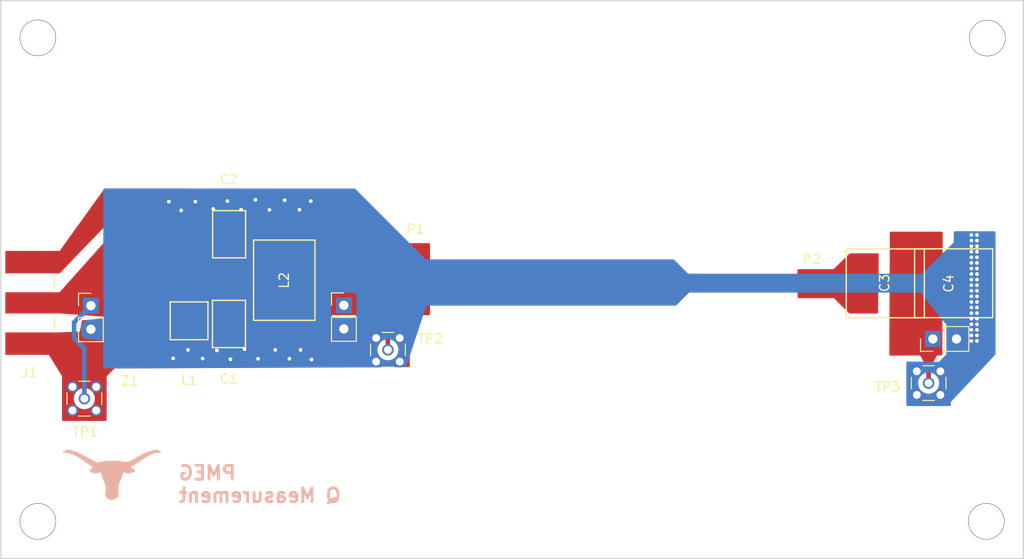
<source format=kicad_pcb>
(kicad_pcb (version 20171130) (host pcbnew "(5.1.7-0-10_14)")

  (general
    (thickness 1.6)
    (drawings 5)
    (tracks 132)
    (zones 0)
    (modules 17)
    (nets 6)
  )

  (page A4)
  (layers
    (0 F.Cu signal hide)
    (31 B.Cu signal hide)
    (32 B.Adhes user hide)
    (33 F.Adhes user hide)
    (34 B.Paste user hide)
    (35 F.Paste user hide)
    (36 B.SilkS user hide)
    (37 F.SilkS user)
    (38 B.Mask user hide)
    (39 F.Mask user hide)
    (40 Dwgs.User user hide)
    (41 Cmts.User user hide)
    (42 Eco1.User user hide)
    (43 Eco2.User user hide)
    (44 Edge.Cuts user)
    (45 Margin user hide)
    (46 B.CrtYd user hide)
    (47 F.CrtYd user hide)
    (48 B.Fab user hide)
    (49 F.Fab user hide)
  )

  (setup
    (last_trace_width 0.5)
    (user_trace_width 0.5)
    (user_trace_width 0.75)
    (trace_clearance 0.2)
    (zone_clearance 0.508)
    (zone_45_only no)
    (trace_min 0.2)
    (via_size 0.6)
    (via_drill 0.4)
    (via_min_size 0.4)
    (via_min_drill 0.3)
    (user_via 3.9 3.8)
    (uvia_size 0.3)
    (uvia_drill 0.1)
    (uvias_allowed no)
    (uvia_min_size 0.2)
    (uvia_min_drill 0.1)
    (edge_width 0.15)
    (segment_width 0.2)
    (pcb_text_width 0.3)
    (pcb_text_size 1.5 1.5)
    (mod_edge_width 0.15)
    (mod_text_size 1 1)
    (mod_text_width 0.15)
    (pad_size 1.7 1.7)
    (pad_drill 1)
    (pad_to_mask_clearance 0.2)
    (aux_axis_origin 0 0)
    (visible_elements 7FFFFFFF)
    (pcbplotparams
      (layerselection 0x010f0_80000001)
      (usegerberextensions true)
      (usegerberattributes true)
      (usegerberadvancedattributes true)
      (creategerberjobfile true)
      (excludeedgelayer true)
      (linewidth 0.100000)
      (plotframeref false)
      (viasonmask true)
      (mode 1)
      (useauxorigin false)
      (hpglpennumber 1)
      (hpglpenspeed 20)
      (hpglpendiameter 15.000000)
      (psnegative false)
      (psa4output false)
      (plotreference true)
      (plotvalue false)
      (plotinvisibletext false)
      (padsonsilk false)
      (subtractmaskfromsilk false)
      (outputformat 1)
      (mirror false)
      (drillshape 0)
      (scaleselection 1)
      (outputdirectory "C:/Users/Rachel/Dropbox (MIT)/network_share/research/kicad/Q-measurement_voltage-divider_v5/gerber_files/"))
  )

  (net 0 "")
  (net 1 "Net-(C1-Pad1)")
  (net 2 GND)
  (net 3 "Net-(C3-Pad1)")
  (net 4 "Net-(L2-Pad1)")
  (net 5 /vout)

  (net_class Default "This is the default net class."
    (clearance 0.2)
    (trace_width 0.25)
    (via_dia 0.6)
    (via_drill 0.4)
    (uvia_dia 0.3)
    (uvia_drill 0.1)
    (add_net /vout)
    (add_net GND)
    (add_net "Net-(C1-Pad1)")
    (add_net "Net-(C3-Pad1)")
    (add_net "Net-(L2-Pad1)")
  )

  (module Connector_PinHeader_2.54mm:PinHeader_1x02_P2.54mm_Vertical (layer F.Cu) (tedit 60183A0E) (tstamp 60189CF0)
    (at 117.7 106.8)
    (descr "Through hole straight pin header, 1x02, 2.54mm pitch, single row")
    (tags "Through hole pin header THT 1x02 2.54mm single row")
    (fp_text reference TP1 (at 0 -2.33) (layer F.SilkS) hide
      (effects (font (size 1 1) (thickness 0.15)))
    )
    (fp_text value PinHeader_1x02_P2.54mm_Vertical (at 0 4.87) (layer F.Fab)
      (effects (font (size 1 1) (thickness 0.15)))
    )
    (fp_text user %R (at 0 1.27 90) (layer F.Fab)
      (effects (font (size 1 1) (thickness 0.15)))
    )
    (fp_line (start -0.635 -1.27) (end 1.27 -1.27) (layer F.Fab) (width 0.1))
    (fp_line (start 1.27 -1.27) (end 1.27 3.81) (layer F.Fab) (width 0.1))
    (fp_line (start 1.27 3.81) (end -1.27 3.81) (layer F.Fab) (width 0.1))
    (fp_line (start -1.27 3.81) (end -1.27 -0.635) (layer F.Fab) (width 0.1))
    (fp_line (start -1.27 -0.635) (end -0.635 -1.27) (layer F.Fab) (width 0.1))
    (fp_line (start -1.33 3.87) (end 1.33 3.87) (layer F.SilkS) (width 0.12))
    (fp_line (start -1.33 1.27) (end -1.33 3.87) (layer F.SilkS) (width 0.12))
    (fp_line (start 1.33 1.27) (end 1.33 3.87) (layer F.SilkS) (width 0.12))
    (fp_line (start -1.33 1.27) (end 1.33 1.27) (layer F.SilkS) (width 0.12))
    (fp_line (start -1.33 0) (end -1.33 -1.33) (layer F.SilkS) (width 0.12))
    (fp_line (start -1.33 -1.33) (end 0 -1.33) (layer F.SilkS) (width 0.12))
    (fp_line (start -1.8 -1.8) (end -1.8 4.35) (layer F.CrtYd) (width 0.05))
    (fp_line (start -1.8 4.35) (end 1.8 4.35) (layer F.CrtYd) (width 0.05))
    (fp_line (start 1.8 4.35) (end 1.8 -1.8) (layer F.CrtYd) (width 0.05))
    (fp_line (start 1.8 -1.8) (end -1.8 -1.8) (layer F.CrtYd) (width 0.05))
    (pad 2 thru_hole oval (at 0 2.54) (size 1.7 1.7) (drill 1) (layers *.Cu *.Mask)
      (net 2 GND))
    (pad 1 thru_hole rect (at 0 0) (size 1.7 1.7) (drill 1) (layers *.Cu *.Mask)
      (net 1 "Net-(C1-Pad1)"))
    (model ${KISYS3DMOD}/Connector_PinHeader_2.54mm.3dshapes/PinHeader_1x02_P2.54mm_Vertical.wrl
      (at (xyz 0 0 0))
      (scale (xyz 1 1 1))
      (rotate (xyz 0 0 0))
    )
  )

  (module Connector_PinHeader_2.54mm:PinHeader_1x02_P2.54mm_Vertical (layer F.Cu) (tedit 601838EC) (tstamp 60189A97)
    (at 208.26 110.38 90)
    (descr "Through hole straight pin header, 1x02, 2.54mm pitch, single row")
    (tags "Through hole pin header THT 1x02 2.54mm single row")
    (fp_text reference TP3 (at 0 -2.33 90) (layer F.SilkS) hide
      (effects (font (size 1 1) (thickness 0.15)))
    )
    (fp_text value PinHeader_1x02_P2.54mm_Vertical (at 0 4.87 90) (layer F.Fab)
      (effects (font (size 1 1) (thickness 0.15)))
    )
    (fp_text user %R (at 0 1.27) (layer F.Fab)
      (effects (font (size 1 1) (thickness 0.15)))
    )
    (fp_line (start -0.635 -1.27) (end 1.27 -1.27) (layer F.Fab) (width 0.1))
    (fp_line (start 1.27 -1.27) (end 1.27 3.81) (layer F.Fab) (width 0.1))
    (fp_line (start 1.27 3.81) (end -1.27 3.81) (layer F.Fab) (width 0.1))
    (fp_line (start -1.27 3.81) (end -1.27 -0.635) (layer F.Fab) (width 0.1))
    (fp_line (start -1.27 -0.635) (end -0.635 -1.27) (layer F.Fab) (width 0.1))
    (fp_line (start -1.33 3.87) (end 1.33 3.87) (layer F.SilkS) (width 0.12))
    (fp_line (start -1.33 1.27) (end -1.33 3.87) (layer F.SilkS) (width 0.12))
    (fp_line (start 1.33 1.27) (end 1.33 3.87) (layer F.SilkS) (width 0.12))
    (fp_line (start -1.33 1.27) (end 1.33 1.27) (layer F.SilkS) (width 0.12))
    (fp_line (start -1.33 0) (end -1.33 -1.33) (layer F.SilkS) (width 0.12))
    (fp_line (start -1.33 -1.33) (end 0 -1.33) (layer F.SilkS) (width 0.12))
    (fp_line (start -1.8 -1.8) (end -1.8 4.35) (layer F.CrtYd) (width 0.05))
    (fp_line (start -1.8 4.35) (end 1.8 4.35) (layer F.CrtYd) (width 0.05))
    (fp_line (start 1.8 4.35) (end 1.8 -1.8) (layer F.CrtYd) (width 0.05))
    (fp_line (start 1.8 -1.8) (end -1.8 -1.8) (layer F.CrtYd) (width 0.05))
    (pad 2 thru_hole oval (at 0 2.54 90) (size 1.7 1.7) (drill 1) (layers *.Cu *.Mask)
      (net 2 GND))
    (pad 1 thru_hole rect (at 0 0 90) (size 1.7 1.7) (drill 1) (layers *.Cu *.Mask)
      (net 5 /vout))
    (model ${KISYS3DMOD}/Connector_PinHeader_2.54mm.3dshapes/PinHeader_1x02_P2.54mm_Vertical.wrl
      (at (xyz 0 0 0))
      (scale (xyz 1 1 1))
      (rotate (xyz 0 0 0))
    )
  )

  (module Connector_PinHeader_2.54mm:PinHeader_1x02_P2.54mm_Vertical (layer F.Cu) (tedit 6018383F) (tstamp 601897D7)
    (at 144.91 106.76)
    (descr "Through hole straight pin header, 1x02, 2.54mm pitch, single row")
    (tags "Through hole pin header THT 1x02 2.54mm single row")
    (fp_text reference TP2 (at 0 -2.33) (layer F.SilkS) hide
      (effects (font (size 1 1) (thickness 0.15)))
    )
    (fp_text value PinHeader_1x02_P2.54mm_Vertical (at 0 4.87) (layer F.Fab)
      (effects (font (size 1 1) (thickness 0.15)))
    )
    (fp_text user %R (at 0 1.27 90) (layer F.Fab)
      (effects (font (size 1 1) (thickness 0.15)))
    )
    (fp_line (start -0.635 -1.27) (end 1.27 -1.27) (layer F.Fab) (width 0.1))
    (fp_line (start 1.27 -1.27) (end 1.27 3.81) (layer F.Fab) (width 0.1))
    (fp_line (start 1.27 3.81) (end -1.27 3.81) (layer F.Fab) (width 0.1))
    (fp_line (start -1.27 3.81) (end -1.27 -0.635) (layer F.Fab) (width 0.1))
    (fp_line (start -1.27 -0.635) (end -0.635 -1.27) (layer F.Fab) (width 0.1))
    (fp_line (start -1.33 3.87) (end 1.33 3.87) (layer F.SilkS) (width 0.12))
    (fp_line (start -1.33 1.27) (end -1.33 3.87) (layer F.SilkS) (width 0.12))
    (fp_line (start 1.33 1.27) (end 1.33 3.87) (layer F.SilkS) (width 0.12))
    (fp_line (start -1.33 1.27) (end 1.33 1.27) (layer F.SilkS) (width 0.12))
    (fp_line (start -1.33 0) (end -1.33 -1.33) (layer F.SilkS) (width 0.12))
    (fp_line (start -1.33 -1.33) (end 0 -1.33) (layer F.SilkS) (width 0.12))
    (fp_line (start -1.8 -1.8) (end -1.8 4.35) (layer F.CrtYd) (width 0.05))
    (fp_line (start -1.8 4.35) (end 1.8 4.35) (layer F.CrtYd) (width 0.05))
    (fp_line (start 1.8 4.35) (end 1.8 -1.8) (layer F.CrtYd) (width 0.05))
    (fp_line (start 1.8 -1.8) (end -1.8 -1.8) (layer F.CrtYd) (width 0.05))
    (pad 2 thru_hole oval (at 0 2.54) (size 1.7 1.7) (drill 1) (layers *.Cu *.Mask)
      (net 2 GND))
    (pad 1 thru_hole rect (at 0 0) (size 1.7 1.7) (drill 1) (layers *.Cu *.Mask)
      (net 4 "Net-(L2-Pad1)"))
    (model ${KISYS3DMOD}/Connector_PinHeader_2.54mm.3dshapes/PinHeader_1x02_P2.54mm_Vertical.wrl
      (at (xyz 0 0 0))
      (scale (xyz 1 1 1))
      (rotate (xyz 0 0 0))
    )
  )

  (module Connector_Coaxial:MMCX_Molex_73415-1471_Vertical (layer F.Cu) (tedit 5FE0D91C) (tstamp 5FE0DDBE)
    (at 117 116.8)
    (descr http://www.molex.com/pdm_docs/sd/734151471_sd.pdf)
    (tags "Molex MMCX Coaxial Connector 50 ohms Female Jack Vertical THT")
    (fp_text reference TP1 (at 0.1 3.6) (layer F.SilkS)
      (effects (font (size 1 1) (thickness 0.15)))
    )
    (fp_text value MMCX_Molex_73415-1471_Vertical (at 0 3.2) (layer F.Fab) hide
      (effects (font (size 1 1) (thickness 0.15)))
    )
    (fp_line (start 0.62 1.87) (end -0.62 1.87) (layer F.SilkS) (width 0.12))
    (fp_line (start 0.62 -1.87) (end -0.62 -1.87) (layer F.SilkS) (width 0.12))
    (fp_line (start -1.87 0.62) (end -1.87 -0.62) (layer F.SilkS) (width 0.12))
    (fp_line (start -2.39 2.39) (end -2.39 -2.39) (layer F.CrtYd) (width 0.05))
    (fp_line (start 1.87 0.62) (end 1.87 -0.62) (layer F.SilkS) (width 0.12))
    (fp_line (start -1.755 1.755) (end 1.755 1.755) (layer F.Fab) (width 0.1))
    (fp_line (start -1.755 -1.755) (end 1.755 -1.755) (layer F.Fab) (width 0.1))
    (fp_line (start 1.755 -1.755) (end 1.755 1.755) (layer F.Fab) (width 0.1))
    (fp_line (start -1.755 -1.755) (end -1.755 1.755) (layer F.Fab) (width 0.1))
    (fp_line (start 2.39 2.39) (end 2.39 -2.39) (layer F.CrtYd) (width 0.05))
    (fp_line (start -2.39 -2.39) (end 2.39 -2.39) (layer F.CrtYd) (width 0.05))
    (fp_line (start -2.39 2.39) (end 2.39 2.39) (layer F.CrtYd) (width 0.05))
    (fp_text user %R (at 0 0) (layer F.Fab) hide
      (effects (font (size 0.8 0.8) (thickness 0.12)))
    )
    (pad 2 thru_hole circle (at -1.27 1.27) (size 1.24 1.24) (drill 0.84) (layers *.Cu *.Mask)
      (net 2 GND))
    (pad 2 thru_hole circle (at 1.27 -1.27) (size 1.24 1.24) (drill 0.84) (layers *.Cu *.Mask)
      (net 2 GND))
    (pad 2 thru_hole circle (at 1.27 1.27) (size 1.24 1.24) (drill 0.84) (layers *.Cu *.Mask)
      (net 2 GND))
    (pad 2 thru_hole circle (at -1.27 -1.27) (size 1.24 1.24) (drill 0.84) (layers *.Cu *.Mask)
      (net 2 GND))
    (pad 1 thru_hole circle (at 0 0) (size 1.24 1.24) (drill 0.84) (layers *.Cu *.Mask)
      (net 1 "Net-(C1-Pad1)"))
    (model ${KISYS3DMOD}/Connector_Coaxial.3dshapes/MMCX_Molex_73415-1471_Vertical.wrl
      (at (xyz 0 0 0))
      (scale (xyz 1 1 1))
      (rotate (xyz 0 0 0))
    )
  )

  (module Connector_Coaxial:MMCX_Molex_73415-1471_Vertical (layer F.Cu) (tedit 5FE0D789) (tstamp 5FE0DB4C)
    (at 207.8 115.13)
    (descr http://www.molex.com/pdm_docs/sd/734151471_sd.pdf)
    (tags "Molex MMCX Coaxial Connector 50 ohms Female Jack Vertical THT")
    (fp_text reference TP3 (at -4.4 0.4) (layer F.SilkS)
      (effects (font (size 1 1) (thickness 0.15)))
    )
    (fp_text value MMCX_Molex_73415-1471_Vertical (at 0 3.2) (layer F.Fab) hide
      (effects (font (size 1 1) (thickness 0.15)))
    )
    (fp_line (start 0.62 1.87) (end -0.62 1.87) (layer F.SilkS) (width 0.12))
    (fp_line (start 0.62 -1.87) (end -0.62 -1.87) (layer F.SilkS) (width 0.12))
    (fp_line (start -1.87 0.62) (end -1.87 -0.62) (layer F.SilkS) (width 0.12))
    (fp_line (start -2.39 2.39) (end -2.39 -2.39) (layer F.CrtYd) (width 0.05))
    (fp_line (start 1.87 0.62) (end 1.87 -0.62) (layer F.SilkS) (width 0.12))
    (fp_line (start -1.755 1.755) (end 1.755 1.755) (layer F.Fab) (width 0.1))
    (fp_line (start -1.755 -1.755) (end 1.755 -1.755) (layer F.Fab) (width 0.1))
    (fp_line (start 1.755 -1.755) (end 1.755 1.755) (layer F.Fab) (width 0.1))
    (fp_line (start -1.755 -1.755) (end -1.755 1.755) (layer F.Fab) (width 0.1))
    (fp_line (start 2.39 2.39) (end 2.39 -2.39) (layer F.CrtYd) (width 0.05))
    (fp_line (start -2.39 -2.39) (end 2.39 -2.39) (layer F.CrtYd) (width 0.05))
    (fp_line (start -2.39 2.39) (end 2.39 2.39) (layer F.CrtYd) (width 0.05))
    (fp_text user %R (at 0 0) (layer F.Fab) hide
      (effects (font (size 0.8 0.8) (thickness 0.12)))
    )
    (pad 2 thru_hole circle (at -1.27 1.27) (size 1.24 1.24) (drill 0.84) (layers *.Cu *.Mask)
      (net 2 GND))
    (pad 2 thru_hole circle (at 1.27 -1.27) (size 1.24 1.24) (drill 0.84) (layers *.Cu *.Mask)
      (net 2 GND))
    (pad 2 thru_hole circle (at 1.27 1.27) (size 1.24 1.24) (drill 0.84) (layers *.Cu *.Mask)
      (net 2 GND))
    (pad 2 thru_hole circle (at -1.27 -1.27) (size 1.24 1.24) (drill 0.84) (layers *.Cu *.Mask)
      (net 2 GND))
    (pad 1 thru_hole circle (at 0 0) (size 1.24 1.24) (drill 0.84) (layers *.Cu *.Mask)
      (net 5 /vout))
    (model ${KISYS3DMOD}/Connector_Coaxial.3dshapes/MMCX_Molex_73415-1471_Vertical.wrl
      (at (xyz 0 0 0))
      (scale (xyz 1 1 1))
      (rotate (xyz 0 0 0))
    )
  )

  (module Connector_Coaxial:MMCX_Molex_73415-1471_Vertical (layer F.Cu) (tedit 5FE0D518) (tstamp 5FE0D6FE)
    (at 149.65 111.55)
    (descr http://www.molex.com/pdm_docs/sd/734151471_sd.pdf)
    (tags "Molex MMCX Coaxial Connector 50 ohms Female Jack Vertical THT")
    (fp_text reference TP2 (at 4.57 -1.18) (layer F.SilkS)
      (effects (font (size 1 1) (thickness 0.15)))
    )
    (fp_text value MMCX_Molex_73415-1471_Vertical (at 0 3.2) (layer F.Fab) hide
      (effects (font (size 1 1) (thickness 0.15)))
    )
    (fp_line (start 0.62 1.87) (end -0.62 1.87) (layer F.SilkS) (width 0.12))
    (fp_line (start 0.62 -1.87) (end -0.62 -1.87) (layer F.SilkS) (width 0.12))
    (fp_line (start -1.87 0.62) (end -1.87 -0.62) (layer F.SilkS) (width 0.12))
    (fp_line (start -2.39 2.39) (end -2.39 -2.39) (layer F.CrtYd) (width 0.05))
    (fp_line (start 1.87 0.62) (end 1.87 -0.62) (layer F.SilkS) (width 0.12))
    (fp_line (start -1.755 1.755) (end 1.755 1.755) (layer F.Fab) (width 0.1))
    (fp_line (start -1.755 -1.755) (end 1.755 -1.755) (layer F.Fab) (width 0.1))
    (fp_line (start 1.755 -1.755) (end 1.755 1.755) (layer F.Fab) (width 0.1))
    (fp_line (start -1.755 -1.755) (end -1.755 1.755) (layer F.Fab) (width 0.1))
    (fp_line (start 2.39 2.39) (end 2.39 -2.39) (layer F.CrtYd) (width 0.05))
    (fp_line (start -2.39 -2.39) (end 2.39 -2.39) (layer F.CrtYd) (width 0.05))
    (fp_line (start -2.39 2.39) (end 2.39 2.39) (layer F.CrtYd) (width 0.05))
    (fp_text user %R (at 0 0) (layer F.Fab)
      (effects (font (size 0.8 0.8) (thickness 0.12)))
    )
    (pad 2 thru_hole circle (at -1.27 1.27) (size 1.24 1.24) (drill 0.84) (layers *.Cu *.Mask)
      (net 2 GND))
    (pad 2 thru_hole circle (at 1.27 -1.27) (size 1.24 1.24) (drill 0.84) (layers *.Cu *.Mask)
      (net 2 GND))
    (pad 2 thru_hole circle (at 1.27 1.27) (size 1.24 1.24) (drill 0.84) (layers *.Cu *.Mask)
      (net 2 GND))
    (pad 2 thru_hole circle (at -1.27 -1.27) (size 1.24 1.24) (drill 0.84) (layers *.Cu *.Mask)
      (net 2 GND))
    (pad 1 thru_hole circle (at 0 0) (size 1.24 1.24) (drill 0.84) (layers *.Cu *.Mask)
      (net 4 "Net-(L2-Pad1)"))
    (model ${KISYS3DMOD}/Connector_Coaxial.3dshapes/MMCX_Molex_73415-1471_Vertical.wrl
      (at (xyz 0 0 0))
      (scale (xyz 1 1 1))
      (rotate (xyz 0 0 0))
    )
  )

  (module "Texas Logos:texasLonghorn_small2" (layer B.Cu) (tedit 5EFB796E) (tstamp 5FDB0C6E)
    (at 120 125 180)
    (attr smd)
    (fp_text reference G*** (at 0.55 -4.29) (layer Cmts.User) hide
      (effects (font (size 1.524 1.524) (thickness 0.3)))
    )
    (fp_text value LOGO (at 1.12 -6.33) (layer Cmts.User) hide
      (effects (font (size 1.524 1.524) (thickness 0.3)))
    )
    (fp_poly (pts (xy -4.36969 2.655063) (xy -3.865682 2.505659) (xy -3.283711 2.25118) (xy -2.682726 1.922413)
      (xy -2.216979 1.658) (xy -1.854452 1.486536) (xy -1.563476 1.398607) (xy -1.312379 1.3848)
      (xy -1.069492 1.435701) (xy -1.05796 1.439457) (xy -0.762171 1.498614) (xy -0.353803 1.530077)
      (xy 0.112692 1.533984) (xy 0.582861 1.510478) (xy 1.002253 1.459697) (xy 1.134647 1.433802)
      (xy 1.614217 1.326479) (xy 2.225275 1.651901) (xy 2.820946 1.966594) (xy 3.292045 2.208388)
      (xy 3.661631 2.387322) (xy 3.952762 2.513437) (xy 4.188496 2.596776) (xy 4.391891 2.647379)
      (xy 4.572 2.673837) (xy 4.899267 2.689754) (xy 5.113863 2.648579) (xy 5.207 2.595352)
      (xy 5.29266 2.525021) (xy 5.31189 2.474093) (xy 5.241395 2.43085) (xy 5.057876 2.383573)
      (xy 4.738036 2.320545) (xy 4.614333 2.297248) (xy 4.23459 2.192991) (xy 3.861778 2.012429)
      (xy 3.534018 1.799385) (xy 3.194555 1.565038) (xy 2.841837 1.328418) (xy 2.549007 1.138551)
      (xy 2.5346 1.129505) (xy 2.306973 0.97762) (xy 2.151743 0.856222) (xy 2.106748 0.801305)
      (xy 2.172516 0.721085) (xy 2.292333 0.645467) (xy 2.455101 0.527025) (xy 2.45678 0.410363)
      (xy 2.294859 0.282093) (xy 2.216339 0.240511) (xy 1.90485 0.14569) (xy 1.708339 0.16746)
      (xy 1.495254 0.229138) (xy 1.361804 0.265616) (xy 1.253184 0.215294) (xy 1.181521 0.042333)
      (xy 1.11342 -0.173105) (xy 0.999805 -0.467477) (xy 0.899217 -0.700914) (xy 0.735849 -1.140472)
      (xy 0.689069 -1.499627) (xy 0.754055 -1.81601) (xy 0.755742 -1.820333) (xy 0.775094 -2.070307)
      (xy 0.683529 -2.342883) (xy 0.508236 -2.562681) (xy 0.480417 -2.583657) (xy 0.18189 -2.697715)
      (xy -0.150197 -2.67852) (xy -0.451289 -2.53083) (xy -0.472299 -2.513438) (xy -0.579058 -2.414107)
      (xy -0.645991 -2.312739) (xy -0.68004 -2.171426) (xy -0.688146 -1.952261) (xy -0.677249 -1.617338)
      (xy -0.668976 -1.439333) (xy -0.708136 -1.039524) (xy -0.865325 -0.635) (xy -0.998943 -0.343633)
      (xy -1.103077 -0.067547) (xy -1.136786 0.052073) (xy -1.181423 0.219438) (xy -1.252368 0.27521)
      (xy -1.404845 0.242648) (xy -1.507051 0.208032) (xy -1.759121 0.145332) (xy -1.972002 0.170071)
      (xy -2.10584 0.219459) (xy -2.300952 0.29763) (xy -2.415642 0.337398) (xy -2.42334 0.338667)
      (xy -2.451525 0.408078) (xy -2.455333 0.470071) (xy -2.383337 0.586263) (xy -2.209074 0.687223)
      (xy -2.199085 0.690804) (xy -1.942836 0.780133) (xy -2.365341 1.046233) (xy -2.637847 1.222301)
      (xy -2.984705 1.452541) (xy -3.341497 1.69408) (xy -3.427869 1.753391) (xy -3.914524 2.06075)
      (xy -4.329448 2.255173) (xy -4.711339 2.352096) (xy -4.974167 2.370195) (xy -5.183606 2.400761)
      (xy -5.241623 2.479737) (xy -5.140409 2.589491) (xy -5.085566 2.621688) (xy -4.781173 2.695152)
      (xy -4.36969 2.655063)) (layer B.SilkS) (width 0.01))
  )

  (module "Mike's Mods:SMA-noSilkscreen" (layer F.Cu) (tedit 5FDA4879) (tstamp 5FDB0774)
    (at 110.25 106.5 90)
    (fp_text reference J1 (at -7.5 0.84) (layer F.SilkS)
      (effects (font (size 1 1) (thickness 0.15)))
    )
    (fp_text value CONN_73251-1150_MOL (at 7.63 5.85 180) (layer Dwgs.User)
      (effects (font (size 1 1) (thickness 0.15)))
    )
    (fp_line (start 5.842 -2.0066) (end 5.1181 -2.0066) (layer F.CrtYd) (width 0.1524))
    (fp_line (start 5.842 4.3434) (end 5.842 -2.0066) (layer F.CrtYd) (width 0.1524))
    (fp_line (start 2.921 4.3434) (end 5.842 4.3434) (layer F.CrtYd) (width 0.1524))
    (fp_line (start 2.921 3.6576) (end 2.921 4.3434) (layer F.CrtYd) (width 0.1524))
    (fp_line (start 1.397 3.6576) (end 2.921 3.6576) (layer F.CrtYd) (width 0.1524))
    (fp_line (start 1.397 4.3434) (end 1.397 3.6576) (layer F.CrtYd) (width 0.1524))
    (fp_line (start -1.397 4.3434) (end 1.397 4.3434) (layer F.CrtYd) (width 0.1524))
    (fp_line (start -1.397 3.6576) (end -1.397 4.3434) (layer F.CrtYd) (width 0.1524))
    (fp_line (start -2.921 3.6576) (end -1.397 3.6576) (layer F.CrtYd) (width 0.1524))
    (fp_line (start -2.921 4.3434) (end -2.921 3.6576) (layer F.CrtYd) (width 0.1524))
    (fp_line (start -5.842 4.3434) (end -2.921 4.3434) (layer F.CrtYd) (width 0.1524))
    (fp_line (start -5.842 -2.0066) (end -5.842 4.3434) (layer F.CrtYd) (width 0.1524))
    (fp_line (start -5.1181 -2.0066) (end -5.842 -2.0066) (layer F.CrtYd) (width 0.1524))
    (fp_line (start 5.1181 -2.0066) (end -5.1181 -2.0066) (layer F.CrtYd) (width 0.1524))
    (fp_line (start -4.8641 -1.27) (end -4.8641 3.4036) (layer F.Fab) (width 0.1524))
    (fp_line (start 4.8641 -1.27) (end -4.8641 -1.27) (layer F.Fab) (width 0.1524))
    (fp_line (start 4.8641 3.4036) (end 4.8641 -1.27) (layer F.Fab) (width 0.1524))
    (fp_line (start -4.8641 3.4036) (end 4.8641 3.4036) (layer F.Fab) (width 0.1524))
    (fp_line (start -2.84226 3.5306) (end -1.47574 3.5306) (layer F.SilkS) (width 0.1524))
    (fp_line (start 1.47574 3.5306) (end 2.84226 3.5306) (layer F.SilkS) (width 0.1524))
    (fp_text user "Copyright 2016 Accelerated Designs. All rights reserved." (at 0 0 90) (layer Cmts.User)
      (effects (font (size 0.127 0.127) (thickness 0.002)))
    )
    (pad 3 smd rect (at 4.3815 1.1684 90) (size 2.413 5.842) (layers F.Cu F.Paste F.Mask)
      (net 2 GND))
    (pad 2 smd rect (at -4.3815 1.1684 90) (size 2.413 5.842) (layers F.Cu F.Paste F.Mask)
      (net 2 GND))
    (pad 1 smd rect (at 0 1.1684 90) (size 2.286 5.842) (layers F.Cu F.Paste F.Mask)
      (net 1 "Net-(C1-Pad1)"))
  )

  (module mymods:atc_100b (layer F.Cu) (tedit 5903A405) (tstamp 59029F2C)
    (at 132.55 108.77)
    (path /59021089)
    (fp_text reference C1 (at -0.0122 5.9172) (layer F.SilkS)
      (effects (font (size 1 1) (thickness 0.15)))
    )
    (fp_text value C (at 0 -3.81) (layer F.Fab)
      (effects (font (size 1 1) (thickness 0.15)))
    )
    (fp_line (start -1.778 -2.54) (end -1.778 2.54) (layer F.SilkS) (width 0.15))
    (fp_line (start 1.778 -2.54) (end 1.778 2.54) (layer F.SilkS) (width 0.15))
    (fp_line (start -1.778 2.54) (end 1.778 2.54) (layer F.SilkS) (width 0.15))
    (fp_line (start 1.778 -2.54) (end -1.778 -2.54) (layer F.SilkS) (width 0.15))
    (pad 1 smd rect (at 0 -1.5875) (size 2.794 1.27) (layers F.Cu F.Paste F.Mask)
      (net 1 "Net-(C1-Pad1)"))
    (pad 2 smd rect (at 0 1.5875) (size 2.794 1.27) (layers F.Cu F.Paste F.Mask)
      (net 2 GND))
  )

  (module mymods:atc_100b (layer F.Cu) (tedit 5903A40D) (tstamp 59029F36)
    (at 132.57 99.12 180)
    (path /59020D39)
    (fp_text reference C2 (at 0.0422 5.9072 180) (layer F.SilkS)
      (effects (font (size 1 1) (thickness 0.15)))
    )
    (fp_text value C (at 0 -3.81 180) (layer F.Fab)
      (effects (font (size 1 1) (thickness 0.15)))
    )
    (fp_line (start -1.778 -2.54) (end -1.778 2.54) (layer F.SilkS) (width 0.15))
    (fp_line (start 1.778 -2.54) (end 1.778 2.54) (layer F.SilkS) (width 0.15))
    (fp_line (start -1.778 2.54) (end 1.778 2.54) (layer F.SilkS) (width 0.15))
    (fp_line (start 1.778 -2.54) (end -1.778 -2.54) (layer F.SilkS) (width 0.15))
    (pad 1 smd rect (at 0 -1.5875 180) (size 2.794 1.27) (layers F.Cu F.Paste F.Mask)
      (net 1 "Net-(C1-Pad1)"))
    (pad 2 smd rect (at 0 1.5875 180) (size 2.794 1.27) (layers F.Cu F.Paste F.Mask)
      (net 2 GND))
  )

  (module mymods:wurth_fixedind160nH (layer F.Cu) (tedit 5903A41B) (tstamp 59029F54)
    (at 128.26 108.43)
    (path /59021210)
    (fp_text reference L1 (at 0.002 6.3736) (layer F.SilkS)
      (effects (font (size 1 1) (thickness 0.15)))
    )
    (fp_text value L (at 0 -3.302) (layer F.Fab)
      (effects (font (size 1 1) (thickness 0.15)))
    )
    (fp_line (start -2.032 -2.032) (end 2.032 -2.032) (layer F.SilkS) (width 0.15))
    (fp_line (start 2.032 -2.032) (end 2.032 2.032) (layer F.SilkS) (width 0.15))
    (fp_line (start 2.032 2.032) (end -2.032 2.032) (layer F.SilkS) (width 0.15))
    (fp_line (start -2.032 2.032) (end -2.032 -2.032) (layer F.SilkS) (width 0.15))
    (pad 1 smd rect (at 0 -1.1) (size 3.2 1) (layers F.Cu F.Paste F.Mask)
      (net 1 "Net-(C1-Pad1)"))
    (pad 2 smd rect (at 0 1.1) (size 3.2 1) (layers F.Cu F.Paste F.Mask)
      (net 2 GND))
  )

  (module mymods:wurth_fixedind60nH (layer F.Cu) (tedit 59B1872C) (tstamp 59029F5E)
    (at 138.5 104.06 270)
    (path /59023A4E)
    (fp_text reference L2 (at 0.02 0.02 270) (layer F.SilkS)
      (effects (font (size 1 1) (thickness 0.15)))
    )
    (fp_text value L (at 0 -4.572 270) (layer F.Fab)
      (effects (font (size 1 1) (thickness 0.15)))
    )
    (fp_line (start -4.318 -3.302) (end 4.318 -3.302) (layer F.SilkS) (width 0.15))
    (fp_line (start 4.318 -3.302) (end 4.318 3.302) (layer F.SilkS) (width 0.15))
    (fp_line (start 4.318 3.302) (end -4.318 3.302) (layer F.SilkS) (width 0.15))
    (fp_line (start -4.318 3.302) (end -4.318 -3.302) (layer F.SilkS) (width 0.15))
    (pad 1 smd rect (at -1.27 -2.165 270) (size 5.16 1.48) (layers F.Cu F.Paste F.Mask)
      (net 4 "Net-(L2-Pad1)"))
    (pad 2 smd rect (at 1.27 2.165 270) (size 5.16 1.48) (layers F.Cu F.Paste F.Mask)
      (net 1 "Net-(C1-Pad1)"))
  )

  (module mymods:avx-m4 (layer F.Cu) (tedit 5908A007) (tstamp 59029F83)
    (at 121.88 103.98)
    (path /59027F94)
    (fp_text reference Z1 (at 0.024 10.9232) (layer F.SilkS)
      (effects (font (size 1 1) (thickness 0.15)))
    )
    (fp_text value z-transformer (at 0 -11.176) (layer F.Fab)
      (effects (font (size 1 1) (thickness 0.15)))
    )
    (pad 3 smd rect (at 0 7.5565) (size 5.08 3.683) (layers F.Cu F.Paste F.Mask)
      (net 2 GND))
    (pad 1 smd rect (at 0 -7.5565) (size 5.08 3.683) (layers F.Cu F.Paste F.Mask)
      (net 2 GND))
    (pad 2 smd rect (at 0 0) (size 5.08 7.62) (layers F.Cu F.Paste F.Mask)
      (net 1 "Net-(C1-Pad1)"))
  )

  (module mymods:pin_smd (layer F.Cu) (tedit 59077AF0) (tstamp 59077AB9)
    (at 152.51 103.94)
    (path /59020A24)
    (fp_text reference P1 (at 0.08 -5.38) (layer F.SilkS)
      (effects (font (size 1 1) (thickness 0.15)))
    )
    (fp_text value terminal (at 0 -3.048) (layer F.Fab)
      (effects (font (size 1 1) (thickness 0.15)))
    )
    (pad 1 smd rect (at 0 0) (size 2 2) (layers F.Cu F.Paste F.Mask)
      (net 4 "Net-(L2-Pad1)"))
  )

  (module mymods:pin_smd (layer F.Cu) (tedit 5AEC968A) (tstamp 59077ABE)
    (at 195.29 104.44)
    (path /59024051)
    (fp_text reference P2 (at -0.04 -2.66) (layer F.SilkS)
      (effects (font (size 1 1) (thickness 0.15)))
    )
    (fp_text value terminal (at 0 -3.048) (layer F.Fab)
      (effects (font (size 1 1) (thickness 0.15)))
    )
    (pad 1 smd rect (at 0 0) (size 2 2) (layers F.Cu F.Paste F.Mask)
      (net 3 "Net-(C3-Pad1)"))
  )

  (module mymods:2220 (layer F.Cu) (tedit 5AEC9F7D) (tstamp 59B05319)
    (at 210.49 104.39 90)
    (path /59B05115)
    (fp_text reference C4 (at -0.03 -0.53 90) (layer F.SilkS)
      (effects (font (size 1 1) (thickness 0.15)))
    )
    (fp_text value C (at 0 -5.588 90) (layer F.Fab)
      (effects (font (size 1 1) (thickness 0.15)))
    )
    (fp_line (start -3.7 4.2) (end 3.7 4.2) (layer F.SilkS) (width 0.15))
    (fp_line (start 3.7 -4.2) (end 3.7 4.2) (layer F.SilkS) (width 0.15))
    (fp_line (start 3.7 -4.2) (end -3.7 -4.2) (layer F.SilkS) (width 0.15))
    (fp_line (start -3.7 -4.2) (end -3.7 4.2) (layer F.SilkS) (width 0.15))
    (pad 1 smd rect (at 0 -2.625 90) (size 6 1.75) (layers F.Cu F.Paste F.Mask)
      (net 5 /vout))
    (pad 2 smd rect (at 0 2.625 90) (size 6 1.75) (layers F.Cu F.Paste F.Mask)
      (net 2 GND))
  )

  (module mymods:2220 (layer F.Cu) (tedit 5AEC9FE0) (tstamp 5AEC913D)
    (at 203.14 104.4 90)
    (path /5902622B)
    (fp_text reference C3 (at 0.04 -0.08 90) (layer F.SilkS)
      (effects (font (size 1 1) (thickness 0.15)))
    )
    (fp_text value C (at 0 -5.588 90) (layer F.Fab)
      (effects (font (size 1 1) (thickness 0.15)))
    )
    (fp_line (start -3.7 4.2) (end 3.7 4.2) (layer F.SilkS) (width 0.15))
    (fp_line (start 3.7 -4.2) (end 3.7 4.2) (layer F.SilkS) (width 0.15))
    (fp_line (start 3.7 -4.2) (end -3.7 -4.2) (layer F.SilkS) (width 0.15))
    (fp_line (start -3.7 -4.2) (end -3.7 4.2) (layer F.SilkS) (width 0.15))
    (pad 1 smd rect (at 0 -2.625 90) (size 6 1.75) (layers F.Cu F.Paste F.Mask)
      (net 3 "Net-(C3-Pad1)"))
    (pad 2 smd rect (at 0 2.625 90) (size 6 1.75) (layers F.Cu F.Paste F.Mask)
      (net 5 /vout))
  )

  (gr_line (start 108 74) (end 108 134) (layer Edge.Cuts) (width 0.15))
  (gr_text "PMEG\nQ Measurement" (at 127 126) (layer B.SilkS)
    (effects (font (size 1.5 1.5) (thickness 0.3)) (justify right mirror))
  )
  (gr_line (start 218 134) (end 108 134) (angle 90) (layer Edge.Cuts) (width 0.15))
  (gr_line (start 218 74) (end 218 134) (angle 90) (layer Edge.Cuts) (width 0.15))
  (gr_line (start 108 74) (end 218 74) (angle 90) (layer Edge.Cuts) (width 0.15))

  (via (at 214.118 78.019) (size 3.9) (drill 3.8) (layers F.Cu B.Cu) (net 0))
  (via (at 214 130) (size 3.9) (drill 3.8) (layers F.Cu B.Cu) (net 0))
  (via (at 112 130) (size 3.9) (drill 3.8) (layers F.Cu B.Cu) (net 0) (tstamp 5FDB0AB1))
  (via (at 112 78) (size 3.9) (drill 3.8) (layers F.Cu B.Cu) (net 0))
  (via (at 212.4 110.6) (size 0.6) (drill 0.4) (layers F.Cu B.Cu) (net 2) (tstamp 60189B52))
  (segment (start 119.36 106.5) (end 121.88 103.98) (width 0.25) (layer F.Cu) (net 1))
  (segment (start 111.4184 106.5) (end 119.36 106.5) (width 0.25) (layer F.Cu) (net 1))
  (segment (start 115.9 110.3) (end 115.9 108.6) (width 0.5) (layer B.Cu) (net 1))
  (segment (start 115.9 108.6) (end 117.7 106.8) (width 0.5) (layer B.Cu) (net 1))
  (segment (start 117 111.4) (end 115.9 110.3) (width 0.5) (layer B.Cu) (net 1))
  (segment (start 117 116.8) (end 117 111.4) (width 0.5) (layer B.Cu) (net 1))
  (via (at 212.4 99.2) (size 0.6) (drill 0.4) (layers F.Cu B.Cu) (net 2))
  (via (at 213 99.2) (size 0.6) (drill 0.4) (layers F.Cu B.Cu) (net 2))
  (via (at 212.4 99.8) (size 0.6) (drill 0.4) (layers F.Cu B.Cu) (net 2))
  (via (at 213 99.8) (size 0.6) (drill 0.4) (layers F.Cu B.Cu) (net 2))
  (via (at 213 100.4) (size 0.6) (drill 0.4) (layers F.Cu B.Cu) (net 2) (tstamp 5FECAD3A))
  (via (at 213 101) (size 0.6) (drill 0.4) (layers F.Cu B.Cu) (net 2) (tstamp 5FECAD3B))
  (via (at 212.4 101) (size 0.6) (drill 0.4) (layers F.Cu B.Cu) (net 2) (tstamp 5FECAD3C))
  (via (at 212.4 100.4) (size 0.6) (drill 0.4) (layers F.Cu B.Cu) (net 2) (tstamp 5FECAD3D))
  (via (at 212.4 107.6) (size 0.6) (drill 0.4) (layers F.Cu B.Cu) (net 2) (tstamp 5FECAD43))
  (via (at 213 108.2) (size 0.6) (drill 0.4) (layers F.Cu B.Cu) (net 2) (tstamp 5FECAD44))
  (via (at 213 107.6) (size 0.6) (drill 0.4) (layers F.Cu B.Cu) (net 2) (tstamp 5FECAD45))
  (via (at 212.4 108.2) (size 0.6) (drill 0.4) (layers F.Cu B.Cu) (net 2) (tstamp 5FECAD46))
  (via (at 213 110.6) (size 0.6) (drill 0.4) (layers F.Cu B.Cu) (net 2) (tstamp 5FECAD44))
  (via (at 213 110) (size 0.6) (drill 0.4) (layers F.Cu B.Cu) (net 2) (tstamp 5FECAD45))
  (via (at 213 108.8) (size 0.6) (drill 0.4) (layers F.Cu B.Cu) (net 2) (tstamp 5FECAD47))
  (via (at 213 109.4) (size 0.6) (drill 0.4) (layers F.Cu B.Cu) (net 2) (tstamp 5FECAD48))
  (via (at 212.4 109.4) (size 0.6) (drill 0.4) (layers F.Cu B.Cu) (net 2) (tstamp 5FECAD49))
  (via (at 212.4 108.8) (size 0.6) (drill 0.4) (layers F.Cu B.Cu) (net 2) (tstamp 5FECAD4A))
  (via (at 212.4 110) (size 0.6) (drill 0.4) (layers F.Cu B.Cu) (net 2) (tstamp 5FECAD8D))
  (via (at 213 106.4) (size 0.6) (drill 0.4) (layers F.Cu B.Cu) (net 2) (tstamp 5FECAD47))
  (via (at 213 107) (size 0.6) (drill 0.4) (layers F.Cu B.Cu) (net 2) (tstamp 5FECAD48))
  (via (at 212.4 107) (size 0.6) (drill 0.4) (layers F.Cu B.Cu) (net 2) (tstamp 5FECAD49))
  (via (at 212.4 106.4) (size 0.6) (drill 0.4) (layers F.Cu B.Cu) (net 2) (tstamp 5FECAD4A))
  (via (at 212.4 105.2) (size 0.6) (drill 0.4) (layers F.Cu B.Cu) (net 2) (tstamp 5FECAD43))
  (via (at 213 105.8) (size 0.6) (drill 0.4) (layers F.Cu B.Cu) (net 2) (tstamp 5FECAD44))
  (via (at 213 105.2) (size 0.6) (drill 0.4) (layers F.Cu B.Cu) (net 2) (tstamp 5FECAD45))
  (via (at 212.4 105.8) (size 0.6) (drill 0.4) (layers F.Cu B.Cu) (net 2) (tstamp 5FECAD46))
  (via (at 213 104) (size 0.6) (drill 0.4) (layers F.Cu B.Cu) (net 2) (tstamp 5FECAD47))
  (via (at 213 104.6) (size 0.6) (drill 0.4) (layers F.Cu B.Cu) (net 2) (tstamp 5FECAD48))
  (via (at 212.4 104.6) (size 0.6) (drill 0.4) (layers F.Cu B.Cu) (net 2) (tstamp 5FECAD49))
  (via (at 212.4 104) (size 0.6) (drill 0.4) (layers F.Cu B.Cu) (net 2) (tstamp 5FECAD4A))
  (via (at 212.4 102.8) (size 0.6) (drill 0.4) (layers F.Cu B.Cu) (net 2) (tstamp 5FECAD43))
  (via (at 213 103.4) (size 0.6) (drill 0.4) (layers F.Cu B.Cu) (net 2) (tstamp 5FECAD44))
  (via (at 213 102.8) (size 0.6) (drill 0.4) (layers F.Cu B.Cu) (net 2) (tstamp 5FECAD45))
  (via (at 212.4 103.4) (size 0.6) (drill 0.4) (layers F.Cu B.Cu) (net 2) (tstamp 5FECAD46))
  (via (at 213 101.6) (size 0.6) (drill 0.4) (layers F.Cu B.Cu) (net 2) (tstamp 5FECAD47))
  (via (at 213 102.2) (size 0.6) (drill 0.4) (layers F.Cu B.Cu) (net 2) (tstamp 5FECAD48))
  (via (at 212.4 102.2) (size 0.6) (drill 0.4) (layers F.Cu B.Cu) (net 2) (tstamp 5FECAD49))
  (via (at 212.4 101.6) (size 0.6) (drill 0.4) (layers F.Cu B.Cu) (net 2) (tstamp 5FECAD4A))
  (segment (start 213.33 110.86) (end 213.35 110.88) (width 0.25) (layer F.Cu) (net 2) (tstamp 59B155E3))
  (segment (start 214.07 108.45) (end 213.329 110.059) (width 0.25) (layer B.Cu) (net 2) (tstamp 59B155E7))
  (segment (start 213.27 110) (end 214.07 108.45) (width 0.25) (layer B.Cu) (net 2) (tstamp 59B155E6))
  (segment (start 213.35 110.88) (end 213.27 110) (width 0.25) (layer F.Cu) (net 2) (tstamp 59B155E4))
  (segment (start 211.95 107.65) (end 212.29 109.77) (width 0.25) (layer B.Cu) (net 2) (tstamp 59B155E1))
  (segment (start 211.58 99.1) (end 213.38 99.35) (width 0.25) (layer B.Cu) (net 2) (tstamp 59B155B4))
  (segment (start 211.55 99.07) (end 211.58 99.1) (width 0.25) (layer B.Cu) (net 2) (tstamp 59B155B3))
  (segment (start 137.53 111.56) (end 137.06 111.13) (width 0.5) (layer F.Cu) (net 2))
  (segment (start 137.59 111.62) (end 137.53 111.56) (width 0.5) (layer B.Cu) (net 2) (tstamp 5AD63744))
  (via (at 137.53 111.56) (size 0.6) (drill 0.4) (layers F.Cu B.Cu) (net 2))
  (segment (start 139.05 112.51) (end 137.59 111.62) (width 0.5) (layer B.Cu) (net 2))
  (via (at 126.55 112.47) (size 0.6) (drill 0.4) (layers F.Cu B.Cu) (net 2))
  (segment (start 128.16 112.59) (end 126.55 112.47) (width 0.5) (layer F.Cu) (net 2) (tstamp 5AD651D5))
  (segment (start 128.14 111.56) (end 128.16 112.59) (width 0.5) (layer F.Cu) (net 2) (tstamp 5AD651D4))
  (via (at 128.14 111.56) (size 0.6) (drill 0.4) (layers F.Cu B.Cu) (net 2))
  (segment (start 128.14 111.74) (end 128.14 111.56) (width 0.5) (layer B.Cu) (net 2) (tstamp 5AD651D2))
  (segment (start 129.72 112.49) (end 128.14 111.74) (width 0.5) (layer B.Cu) (net 2) (tstamp 5AD651D1))
  (via (at 129.72 112.49) (size 0.6) (drill 0.4) (layers F.Cu B.Cu) (net 2))
  (segment (start 130.02 112.49) (end 129.72 112.49) (width 0.5) (layer F.Cu) (net 2) (tstamp 5AD651CF))
  (segment (start 131.25 111.62) (end 130.02 112.49) (width 0.5) (layer F.Cu) (net 2) (tstamp 5AD651CE))
  (via (at 131.25 111.62) (size 0.6) (drill 0.4) (layers F.Cu B.Cu) (net 2))
  (segment (start 131.39 111.62) (end 131.25 111.62) (width 0.5) (layer B.Cu) (net 2) (tstamp 5AD651CC))
  (segment (start 132.71 112.57) (end 131.39 111.62) (width 0.5) (layer B.Cu) (net 2) (tstamp 5AD651CB))
  (via (at 132.71 112.57) (size 0.6) (drill 0.4) (layers F.Cu B.Cu) (net 2))
  (segment (start 133.01 112.57) (end 132.71 112.57) (width 0.5) (layer F.Cu) (net 2) (tstamp 5AD651C9))
  (segment (start 134.23 111.48) (end 133.01 112.57) (width 0.5) (layer F.Cu) (net 2) (tstamp 5AD651C8))
  (via (at 134.23 111.48) (size 0.6) (drill 0.4) (layers F.Cu B.Cu) (net 2))
  (segment (start 134.65 111.48) (end 134.23 111.48) (width 0.5) (layer B.Cu) (net 2) (tstamp 5AD651C6))
  (segment (start 135.68 112.51) (end 134.65 111.48) (width 0.5) (layer B.Cu) (net 2) (tstamp 5AD651C5))
  (via (at 135.68 112.51) (size 0.6) (drill 0.4) (layers F.Cu B.Cu) (net 2))
  (segment (start 137.06 111.13) (end 135.68 112.51) (width 0.5) (layer F.Cu) (net 2) (tstamp 5AD651BF))
  (segment (start 130.86 96.4) (end 131.54 96.4) (width 0.5) (layer B.Cu) (net 2))
  (via (at 141.35 95.56) (size 0.6) (drill 0.4) (layers F.Cu B.Cu) (net 2))
  (segment (start 141.16 95.56) (end 141.35 95.56) (width 0.5) (layer B.Cu) (net 2) (tstamp 5AD65152))
  (segment (start 140.13 96.48) (end 141.16 95.56) (width 0.5) (layer B.Cu) (net 2) (tstamp 5AD65151))
  (via (at 140.13 96.48) (size 0.6) (drill 0.4) (layers F.Cu B.Cu) (net 2))
  (segment (start 139.96 96.74) (end 140.13 96.48) (width 0.5) (layer F.Cu) (net 2) (tstamp 5AD6514F))
  (segment (start 138.54 95.46) (end 139.96 96.74) (width 0.5) (layer F.Cu) (net 2) (tstamp 5AD6514E))
  (via (at 138.54 95.46) (size 0.6) (drill 0.4) (layers F.Cu B.Cu) (net 2))
  (segment (start 137.89 95.63) (end 138.54 95.46) (width 0.5) (layer B.Cu) (net 2) (tstamp 5AD6514B))
  (segment (start 136.9 96.5) (end 137.89 95.63) (width 0.5) (layer B.Cu) (net 2) (tstamp 5AD6514A))
  (via (at 136.9 96.5) (size 0.6) (drill 0.4) (layers F.Cu B.Cu) (net 2))
  (segment (start 136.73 96.5) (end 136.9 96.5) (width 0.5) (layer F.Cu) (net 2) (tstamp 5AD65148))
  (segment (start 135.39 95.42) (end 136.73 96.5) (width 0.5) (layer F.Cu) (net 2) (tstamp 5AD65147))
  (via (at 135.39 95.42) (size 0.6) (drill 0.4) (layers F.Cu B.Cu) (net 2))
  (segment (start 134.7 95.63) (end 135.39 95.42) (width 0.5) (layer B.Cu) (net 2) (tstamp 5AD65145))
  (segment (start 133.85 96.48) (end 134.7 95.63) (width 0.5) (layer B.Cu) (net 2) (tstamp 5AD65144))
  (via (at 133.85 96.48) (size 0.6) (drill 0.4) (layers F.Cu B.Cu) (net 2))
  (segment (start 133.3 96.48) (end 133.85 96.48) (width 0.5) (layer F.Cu) (net 2) (tstamp 5AD65142))
  (segment (start 132.38 95.56) (end 133.3 96.48) (width 0.5) (layer F.Cu) (net 2) (tstamp 5AD65141))
  (via (at 132.38 95.56) (size 0.6) (drill 0.4) (layers F.Cu B.Cu) (net 2))
  (segment (start 131.54 96.4) (end 132.38 95.56) (width 0.5) (layer B.Cu) (net 2) (tstamp 5AD6513D))
  (segment (start 128.93 95.61) (end 130.85 96.39) (width 0.5) (layer F.Cu) (net 2))
  (segment (start 124.6735 96.4235) (end 126.09 95.61) (width 0.5) (layer F.Cu) (net 2) (tstamp 5AD63998))
  (via (at 126.09 95.61) (size 0.6) (drill 0.4) (layers F.Cu B.Cu) (net 2))
  (segment (start 126.09 95.61) (end 126.29 95.81) (width 0.5) (layer B.Cu) (net 2) (tstamp 5AD6399E))
  (segment (start 126.29 95.81) (end 127.41 96.56) (width 0.5) (layer B.Cu) (net 2) (tstamp 5AD6399F))
  (via (at 127.41 96.56) (size 0.6) (drill 0.4) (layers F.Cu B.Cu) (net 2))
  (segment (start 127.41 96.56) (end 127.58 96.39) (width 0.5) (layer F.Cu) (net 2) (tstamp 5AD639A2))
  (segment (start 127.58 96.39) (end 128.93 95.61) (width 0.5) (layer F.Cu) (net 2) (tstamp 5AD639A3))
  (via (at 128.93 95.61) (size 0.6) (drill 0.4) (layers F.Cu B.Cu) (net 2))
  (segment (start 121.88 96.4235) (end 124.6735 96.4235) (width 0.5) (layer F.Cu) (net 2))
  (segment (start 130.86 96.4) (end 130.91 96.45) (width 0.5) (layer B.Cu) (net 2) (tstamp 5AD64050))
  (via (at 130.86 96.4) (size 0.6) (drill 0.4) (layers F.Cu B.Cu) (net 2))
  (segment (start 130.85 96.39) (end 130.86 96.4) (width 0.5) (layer F.Cu) (net 2) (tstamp 5AD6404C))
  (segment (start 128.26 109.53) (end 128.26 110.38) (width 0.5) (layer F.Cu) (net 2))
  (segment (start 128.26 110.38) (end 139.05 112.51) (width 0.5) (layer F.Cu) (net 2) (tstamp 5AD632D9))
  (segment (start 140.25 111.56) (end 139.05 112.51) (width 0.25) (layer B.Cu) (net 2))
  (via (at 139.05 112.51) (size 0.6) (drill 0.4) (layers F.Cu B.Cu) (net 2))
  (segment (start 144.92 110.78) (end 140.34 110.78) (width 0.25) (layer B.Cu) (net 2))
  (via (at 141.43 112.59) (size 0.6) (drill 0.4) (layers F.Cu B.Cu) (net 2))
  (segment (start 140.34 110.78) (end 141.43 112.59) (width 0.25) (layer B.Cu) (net 2) (tstamp 5907A531))
  (via (at 140.25 111.56) (size 0.6) (drill 0.4) (layers F.Cu B.Cu) (net 2))
  (segment (start 140.25 111.56) (end 141.43 112.59) (width 0.25) (layer B.Cu) (net 2))
  (segment (start 121.225 110.8815) (end 121.88 111.5365) (width 0.25) (layer F.Cu) (net 2))
  (segment (start 111.4184 110.8815) (end 121.225 110.8815) (width 0.25) (layer F.Cu) (net 2))
  (segment (start 111.4184 102.1185) (end 114.2515 102.1185) (width 0.25) (layer F.Cu) (net 2))
  (segment (start 119.9465 96.4235) (end 121.88 96.4235) (width 0.25) (layer F.Cu) (net 2))
  (segment (start 114.2515 102.1185) (end 119.9465 96.4235) (width 0.25) (layer F.Cu) (net 2))
  (segment (start 149.63 110.83) (end 149.63 106.93) (width 0.5) (layer F.Cu) (net 4))
  (segment (start 207.8 111.03) (end 207.71 110.94) (width 0.5) (layer F.Cu) (net 5))
  (segment (start 207.8 115.13) (end 207.8 111.03) (width 0.5) (layer F.Cu) (net 5))

  (zone (net 1) (net_name "Net-(C1-Pad1)") (layer F.Cu) (tstamp 5902A638) (hatch edge 0.508)
    (connect_pads yes (clearance 0.508))
    (min_thickness 0.254)
    (fill yes (arc_segments 16) (thermal_gap 0.508) (thermal_bridge_width 0.508))
    (polygon
      (pts
        (xy 137.272 107.823) (xy 119.089 107.993) (xy 119.119 100.006) (xy 137.302 99.836)
      )
    )
    (filled_polygon
      (pts
        (xy 137.145472 107.697178) (xy 119.216482 107.864803) (xy 119.245528 100.131822) (xy 137.174518 99.964197)
      )
    )
  )
  (zone (net 4) (net_name "Net-(L2-Pad1)") (layer F.Cu) (tstamp 5902A72F) (hatch edge 0.508)
    (connect_pads yes (clearance 0.508))
    (min_thickness 0.254)
    (fill yes (arc_segments 16) (thermal_gap 0.508) (thermal_bridge_width 0.508))
    (polygon
      (pts
        (xy 154.178 107.823) (xy 139.745 107.833) (xy 139.745 100.086) (xy 154.178 100.076)
      )
    )
    (filled_polygon
      (pts
        (xy 154.051 107.696088) (xy 139.872 107.705912) (xy 139.872 100.212912) (xy 154.051 100.203088)
      )
    )
  )
  (zone (net 2) (net_name GND) (layer F.Cu) (tstamp 5903650F) (hatch edge 0.508)
    (connect_pads yes (clearance 0.508))
    (min_thickness 0.254)
    (fill yes (arc_segments 16) (thermal_gap 0.508) (thermal_bridge_width 0.508))
    (polygon
      (pts
        (xy 214.94 112.17) (xy 209.75 112.15) (xy 209.728169 109.464935) (xy 210.477656 108.399894) (xy 210.49 105.8)
        (xy 210.52 98.81) (xy 214.96 98.83)
      )
    )
    (filled_polygon
      (pts
        (xy 214.83281 98.956429) (xy 214.813191 112.04251) (xy 209.875976 112.023485) (xy 209.855497 109.504677) (xy 210.581517 108.472983)
        (xy 210.59378 108.451316) (xy 210.601581 108.427673) (xy 210.604655 108.400497) (xy 210.616999 105.800603) (xy 210.616999 105.800545)
        (xy 210.646454 98.937571)
      )
    )
  )
  (zone (net 0) (net_name "") (layer F.Mask) (tstamp 5903A773) (hatch edge 0.508)
    (connect_pads (clearance 0.508))
    (min_thickness 0.254)
    (fill yes (arc_segments 16) (thermal_gap 0.508) (thermal_bridge_width 0.508))
    (polygon
      (pts
        (xy 202.395988 107.645) (xy 199.29218 107.64) (xy 199.296211 101.15) (xy 202.404013 101.155)
      )
    )
    (filled_polygon
      (pts
        (xy 202.276856 101.281796) (xy 202.269145 107.517795) (xy 199.419259 107.513204) (xy 199.423132 101.277205)
      )
    )
  )
  (zone (net 0) (net_name "") (layer F.Mask) (tstamp 5903A7E1) (hatch edge 0.508)
    (connect_pads (clearance 0.508))
    (min_thickness 0.254)
    (fill yes (arc_segments 16) (thermal_gap 0.508) (thermal_bridge_width 0.508))
    (polygon
      (pts
        (xy 147.54 100.05) (xy 154.25 100.06) (xy 154.19 107.86) (xy 147.5 107.83) (xy 147.53 99.89)
      )
    )
    (filled_polygon
      (pts
        (xy 154.122021 100.18681) (xy 154.063978 107.732433) (xy 147.627479 107.70357) (xy 147.655916 100.177173)
      )
    )
  )
  (zone (net 0) (net_name "") (layer F.Mask) (tstamp 5903A757) (hatch edge 0.508)
    (connect_pads (clearance 0.508))
    (min_thickness 0.254)
    (fill yes (arc_segments 16) (thermal_gap 0.508) (thermal_bridge_width 0.508))
    (polygon
      (pts
        (xy 198.67 105.96) (xy 193.68 105.96) (xy 193.68 102.87) (xy 198.61 102.87)
      )
    )
    (filled_polygon
      (pts
        (xy 198.54051 105.833) (xy 193.807 105.833) (xy 193.807 102.997) (xy 198.485442 102.997)
      )
    )
  )
  (zone (net 0) (net_name "") (layer F.Mask) (tstamp 5903AF6E) (hatch edge 0.508)
    (connect_pads yes (clearance 0.508))
    (min_thickness 0.254)
    (fill yes (arc_segments 16) (thermal_gap 0.508) (thermal_bridge_width 0.508))
    (polygon
      (pts
        (xy 142.63 98.29) (xy 125.09 98.3) (xy 125.09 94.47) (xy 142.63 94.47)
      )
    )
    (filled_polygon
      (pts
        (xy 142.503 98.163072) (xy 125.217 98.172928) (xy 125.217 94.597) (xy 142.503 94.597)
      )
    )
  )
  (zone (net 0) (net_name "") (layer F.Mask) (tstamp 5903AFB2) (hatch edge 0.508)
    (connect_pads yes (clearance 0.508))
    (min_thickness 0.254)
    (fill yes (arc_segments 16) (thermal_gap 0.508) (thermal_bridge_width 0.508))
    (polygon
      (pts
        (xy 137.28 99.91) (xy 137.29 108.02) (xy 125.23 108.03) (xy 125.17 99.89)
      )
    )
    (filled_polygon
      (pts
        (xy 137.153156 100.036791) (xy 137.162843 107.893105) (xy 125.356067 107.902895) (xy 125.297942 100.017212)
      )
    )
  )
  (zone (net 0) (net_name "") (layer F.Mask) (tstamp 5903B019) (hatch edge 0.508)
    (connect_pads yes (clearance 0.508))
    (min_thickness 0.254)
    (fill yes (arc_segments 16) (thermal_gap 0.508) (thermal_bridge_width 0.508))
    (polygon
      (pts
        (xy 112.02 100.06) (xy 112.03 100.02) (xy 112.03 100.06)
      )
    )
  )
  (zone (net 0) (net_name "") (layer F.Mask) (tstamp 5903B065) (hatch edge 0.508)
    (connect_pads yes (clearance 0.508))
    (min_thickness 0.254)
    (fill yes (arc_segments 16) (thermal_gap 0.508) (thermal_bridge_width 0.508))
    (polygon
      (pts
        (xy 142.61 109.45) (xy 142.61 113.31) (xy 125.25 113.3) (xy 125.26 109.57)
      )
    )
    (filled_polygon
      (pts
        (xy 142.483 113.182927) (xy 125.377341 113.173073) (xy 125.386663 109.696127) (xy 142.483 109.577881)
      )
    )
  )
  (zone (net 2) (net_name GND) (layer F.Cu) (tstamp 59077C6D) (hatch edge 0.508)
    (connect_pads yes (clearance 0.508))
    (min_thickness 0.254)
    (fill yes (arc_segments 16) (thermal_gap 0.508) (thermal_bridge_width 0.508))
    (polygon
      (pts
        (xy 152 113.409867) (xy 120.24502 113.55498) (xy 119.4 114.4) (xy 119.4 119.2) (xy 114.6 119.2)
        (xy 114.6 114.4) (xy 113.178462 112.09) (xy 112.34 112.09) (xy 112.33 109.88) (xy 112.35 109.91)
        (xy 114.34 109.67) (xy 116.5 109.588255) (xy 116.745092 108.355806) (xy 118.754909 108.344195) (xy 119 109.6)
        (xy 143.279945 109.440519) (xy 143.765153 108.276442) (xy 145.994847 108.263559) (xy 146.769828 109.420354) (xy 152 109.390133)
      )
    )
    (filled_polygon
      (pts
        (xy 146.664317 109.49104) (xy 146.680135 109.510266) (xy 146.699399 109.526036) (xy 146.72137 109.537746) (xy 146.745203 109.544944)
        (xy 146.770562 109.547352) (xy 148.745 109.535943) (xy 148.745 110.680162) (xy 148.675178 110.749984) (xy 148.537834 110.955535)
        (xy 148.443229 111.18393) (xy 148.395 111.426393) (xy 148.395 111.673607) (xy 148.443229 111.91607) (xy 148.537834 112.144465)
        (xy 148.675178 112.350016) (xy 148.849984 112.524822) (xy 149.055535 112.662166) (xy 149.28393 112.756771) (xy 149.526393 112.805)
        (xy 149.773607 112.805) (xy 150.01607 112.756771) (xy 150.244465 112.662166) (xy 150.450016 112.524822) (xy 150.624822 112.350016)
        (xy 150.762166 112.144465) (xy 150.856771 111.91607) (xy 150.905 111.673607) (xy 150.905 111.426393) (xy 150.856771 111.18393)
        (xy 150.762166 110.955535) (xy 150.624822 110.749984) (xy 150.515 110.640162) (xy 150.515 109.525716) (xy 151.873 109.517869)
        (xy 151.873 113.283446) (xy 120.24444 113.427981) (xy 120.219675 113.430535) (xy 120.195884 113.437871) (xy 120.173981 113.449707)
        (xy 120.155217 113.465177) (xy 119.310197 114.310197) (xy 119.294403 114.329443) (xy 119.282667 114.351399) (xy 119.27544 114.375224)
        (xy 119.273 114.4) (xy 119.273 119.073) (xy 114.727 119.073) (xy 114.727 116.676393) (xy 115.745 116.676393)
        (xy 115.745 116.923607) (xy 115.793229 117.16607) (xy 115.887834 117.394465) (xy 116.025178 117.600016) (xy 116.199984 117.774822)
        (xy 116.405535 117.912166) (xy 116.63393 118.006771) (xy 116.876393 118.055) (xy 117.123607 118.055) (xy 117.36607 118.006771)
        (xy 117.594465 117.912166) (xy 117.800016 117.774822) (xy 117.974822 117.600016) (xy 118.112166 117.394465) (xy 118.206771 117.16607)
        (xy 118.255 116.923607) (xy 118.255 116.676393) (xy 118.206771 116.43393) (xy 118.112166 116.205535) (xy 117.974822 115.999984)
        (xy 117.800016 115.825178) (xy 117.594465 115.687834) (xy 117.36607 115.593229) (xy 117.123607 115.545) (xy 116.876393 115.545)
        (xy 116.63393 115.593229) (xy 116.405535 115.687834) (xy 116.199984 115.825178) (xy 116.025178 115.999984) (xy 115.887834 116.205535)
        (xy 115.793229 116.43393) (xy 115.745 116.676393) (xy 114.727 116.676393) (xy 114.727 114.4) (xy 114.72456 114.375224)
        (xy 114.717333 114.351399) (xy 114.708161 114.33344) (xy 113.286623 112.02344) (xy 113.271559 112.003617) (xy 113.252918 111.987115)
        (xy 113.231415 111.974566) (xy 113.207878 111.966454) (xy 113.178462 111.963) (xy 112.466427 111.963) (xy 112.457657 110.024936)
        (xy 114.350019 109.796712) (xy 116.504803 109.715164) (xy 116.529469 109.711789) (xy 116.553003 109.703666) (xy 116.5745 109.691108)
        (xy 116.593134 109.674597) (xy 116.608189 109.654769) (xy 116.619087 109.632384) (xy 116.624561 109.613026) (xy 116.849443 108.482205)
        (xy 118.650418 108.471801) (xy 118.875352 109.624327) (xy 118.882493 109.648177) (xy 118.89415 109.670176) (xy 118.909874 109.689478)
        (xy 118.929062 109.705342) (xy 118.950976 109.717157) (xy 118.974775 109.72447) (xy 119.000834 109.726997) (xy 143.280779 109.567516)
        (xy 143.305539 109.564913) (xy 143.329315 109.55753) (xy 143.351194 109.54565) (xy 143.370335 109.52973) (xy 143.386003 109.510381)
        (xy 143.397169 109.48938) (xy 143.850011 108.402954) (xy 145.927326 108.390951)
      )
    )
  )
  (zone (net 2) (net_name GND) (layer F.Cu) (tstamp 59077D08) (hatch edge 0.508)
    (connect_pads yes (clearance 0.508))
    (min_thickness 0.254)
    (fill yes (arc_segments 16) (thermal_gap 0.508) (thermal_bridge_width 0.508))
    (polygon
      (pts
        (xy 142.64 98.32721) (xy 119.11 98.38) (xy 119.112085 94.28) (xy 142.64 94.23)
      )
    )
    (filled_polygon
      (pts
        (xy 142.513 98.200494) (xy 119.237065 98.252714) (xy 119.239021 94.406731) (xy 142.513 94.35727)
      )
    )
  )
  (zone (net 2) (net_name GND) (layer B.Cu) (tstamp 59077BA6) (hatch edge 0.508)
    (connect_pads yes (clearance 0.508))
    (min_thickness 0.254)
    (fill yes (arc_segments 16) (thermal_gap 0.508) (thermal_bridge_width 0.508))
    (polygon
      (pts
        (xy 146.1 94.2) (xy 153.72 101.82) (xy 180.4 101.82) (xy 181.94 103.36) (xy 202.08 103.37)
        (xy 207.05 103.38) (xy 210.51 99.99) (xy 210.512905 98.8) (xy 215 98.8) (xy 215 112.14)
        (xy 209.7 112.14) (xy 209.7 108.85) (xy 206.94 105.4) (xy 182.03 105.4) (xy 180.63 106.8)
        (xy 153.79 106.8) (xy 151.6 113.4) (xy 119.029301 113.55) (xy 119 110.55) (xy 116.6 110.3)
        (xy 116.600293 108.4) (xy 119.032051 108.149991) (xy 119.039163 94.19)
      )
    )
    (filled_polygon
      (pts
        (xy 146.047375 94.326981) (xy 153.630197 101.909803) (xy 153.649443 101.925597) (xy 153.671399 101.937333) (xy 153.695224 101.94456)
        (xy 153.72 101.947) (xy 180.347394 101.947) (xy 181.850197 103.449803) (xy 181.869443 103.465597) (xy 181.891399 103.477333)
        (xy 181.915224 103.48456) (xy 181.939937 103.487) (xy 202.079744 103.497) (xy 207.049744 103.507) (xy 207.074526 103.504609)
        (xy 207.098365 103.49743) (xy 207.120345 103.485738) (xy 207.13888 103.470716) (xy 210.59888 100.080716) (xy 210.61487 100.061633)
        (xy 210.62683 100.039797) (xy 210.6343 100.016048) (xy 210.637 99.99031) (xy 210.639596 98.927) (xy 214.873 98.927)
        (xy 214.873 112.013) (xy 209.827 112.013) (xy 209.827 108.85) (xy 209.82456 108.825224) (xy 209.817333 108.801399)
        (xy 209.79917 108.770664) (xy 207.03917 105.320664) (xy 207.021787 105.302841) (xy 207.001261 105.288752) (xy 206.97838 105.278938)
        (xy 206.954025 105.273777) (xy 206.94 105.273) (xy 182.03 105.273) (xy 182.005224 105.27544) (xy 181.981399 105.282667)
        (xy 181.959443 105.294403) (xy 181.940197 105.310197) (xy 180.577394 106.673) (xy 153.79 106.673) (xy 153.765224 106.67544)
        (xy 153.741399 106.682667) (xy 153.719443 106.694403) (xy 153.700197 106.710197) (xy 153.684403 106.729443) (xy 153.669463 106.760003)
        (xy 151.508192 113.273421) (xy 119.155061 113.422419) (xy 119.135566 111.426393) (xy 148.395 111.426393) (xy 148.395 111.673607)
        (xy 148.443229 111.91607) (xy 148.537834 112.144465) (xy 148.675178 112.350016) (xy 148.849984 112.524822) (xy 149.055535 112.662166)
        (xy 149.28393 112.756771) (xy 149.526393 112.805) (xy 149.773607 112.805) (xy 150.01607 112.756771) (xy 150.244465 112.662166)
        (xy 150.450016 112.524822) (xy 150.624822 112.350016) (xy 150.762166 112.144465) (xy 150.856771 111.91607) (xy 150.905 111.673607)
        (xy 150.905 111.426393) (xy 150.856771 111.18393) (xy 150.762166 110.955535) (xy 150.624822 110.749984) (xy 150.450016 110.575178)
        (xy 150.244465 110.437834) (xy 150.01607 110.343229) (xy 149.773607 110.295) (xy 149.526393 110.295) (xy 149.28393 110.343229)
        (xy 149.055535 110.437834) (xy 148.849984 110.575178) (xy 148.675178 110.749984) (xy 148.537834 110.955535) (xy 148.443229 111.18393)
        (xy 148.395 111.426393) (xy 119.135566 111.426393) (xy 119.126994 110.54876) (xy 119.124312 110.524008) (xy 119.116852 110.500256)
        (xy 119.104903 110.478415) (xy 119.088921 110.459325) (xy 119.069523 110.443719) (xy 119.047453 110.432198) (xy 119.013158 110.423683)
        (xy 117.07318 110.221602) (xy 116.785 109.933422) (xy 116.785 108.966578) (xy 117.295371 108.456208) (xy 119.045039 108.276325)
        (xy 119.069436 108.271364) (xy 119.092397 108.261738) (xy 119.113038 108.247818) (xy 119.130567 108.230138) (xy 119.14431 108.209379)
        (xy 119.153739 108.186337) (xy 119.159051 108.150056) (xy 119.159214 107.829197) (xy 119.175812 107.774482) (xy 119.188072 107.65)
        (xy 119.188072 105.95) (xy 119.184133 105.91) (xy 143.421928 105.91) (xy 143.421928 107.61) (xy 143.434188 107.734482)
        (xy 143.470498 107.85418) (xy 143.529463 107.964494) (xy 143.608815 108.061185) (xy 143.705506 108.140537) (xy 143.81582 108.199502)
        (xy 143.935518 108.235812) (xy 144.06 108.248072) (xy 145.76 108.248072) (xy 145.884482 108.235812) (xy 146.00418 108.199502)
        (xy 146.114494 108.140537) (xy 146.211185 108.061185) (xy 146.290537 107.964494) (xy 146.349502 107.85418) (xy 146.385812 107.734482)
        (xy 146.398072 107.61) (xy 146.398072 105.91) (xy 146.385812 105.785518) (xy 146.349502 105.66582) (xy 146.290537 105.555506)
        (xy 146.211185 105.458815) (xy 146.114494 105.379463) (xy 146.00418 105.320498) (xy 145.884482 105.284188) (xy 145.76 105.271928)
        (xy 144.06 105.271928) (xy 143.935518 105.284188) (xy 143.81582 105.320498) (xy 143.705506 105.379463) (xy 143.608815 105.458815)
        (xy 143.529463 105.555506) (xy 143.470498 105.66582) (xy 143.434188 105.785518) (xy 143.421928 105.91) (xy 119.184133 105.91)
        (xy 119.175812 105.825518) (xy 119.160261 105.774254) (xy 119.166098 94.317047)
      )
    )
  )
  (zone (net 3) (net_name "Net-(C3-Pad1)") (layer F.Cu) (tstamp 5902AB20) (hatch edge 0.508)
    (connect_pads yes (clearance 0.508))
    (min_thickness 0.254)
    (fill yes (arc_segments 16) (thermal_gap 0.508) (thermal_bridge_width 0.508))
    (polygon
      (pts
        (xy 202.358791 107.65) (xy 199.28 107.65) (xy 197.6 105.99) (xy 193.701146 105.99) (xy 193.6973 102.87)
        (xy 197.57 102.87) (xy 199.32 101.17) (xy 202.44121 101.17)
      )
    )
    (filled_polygon
      (pts
        (xy 202.233396 107.523) (xy 199.33216 107.523) (xy 197.689263 105.899661) (xy 197.669924 105.883983) (xy 197.647897 105.872378)
        (xy 197.62403 105.865294) (xy 197.6 105.863) (xy 193.82799 105.863) (xy 193.824457 102.997) (xy 197.57 102.997)
        (xy 197.594776 102.99456) (xy 197.618601 102.987333) (xy 197.640557 102.975597) (xy 197.658492 102.961094) (xy 199.37153 101.297)
        (xy 202.312584 101.297)
      )
    )
  )
  (zone (net 5) (net_name /vout) (layer F.Cu) (tstamp 59B05EC8) (hatch edge 0.508)
    (connect_pads yes (clearance 0.508))
    (min_thickness 0.254)
    (fill yes (arc_segments 16) (thermal_gap 0.508) (thermal_bridge_width 0.508))
    (polygon
      (pts
        (xy 209.2745 112.1565) (xy 203.57 112.18) (xy 203.63 98.84) (xy 209.3255 98.8435)
      )
    )
    (filled_polygon
      (pts
        (xy 209.198013 98.970422) (xy 209.147984 112.03002) (xy 203.697575 112.052473) (xy 203.75643 98.967078)
      )
    )
  )
  (zone (net 0) (net_name "") (layer F.Mask) (tstamp 59B1832B) (hatch edge 0.508)
    (connect_pads yes (clearance 0.508))
    (min_thickness 0.254)
    (fill yes (arc_segments 16) (thermal_gap 0.508) (thermal_bridge_width 0.508))
    (polygon
      (pts
        (xy 209.27 109.55) (xy 203.577748 109.5535) (xy 203.622253 98.8465) (xy 209.33 98.84)
      )
    )
    (filled_polygon
      (pts
        (xy 209.143709 109.423078) (xy 203.705277 109.426422) (xy 203.748727 98.973356) (xy 209.202286 98.967146)
      )
    )
  )
  (zone (net 0) (net_name "") (layer F.Mask) (tstamp 59B1847F) (hatch edge 0.508)
    (connect_pads yes (clearance 0.508))
    (min_thickness 0.254)
    (fill yes (arc_segments 16) (thermal_gap 0.508) (thermal_bridge_width 0.508))
    (polygon
      (pts
        (xy 215.020788 109.54) (xy 210.507345 109.54) (xy 210.62341 98.81) (xy 214.975708 98.81)
      )
    )
    (filled_polygon
      (pts
        (xy 214.893253 109.413) (xy 210.635727 109.413) (xy 210.749044 98.937) (xy 214.84924 98.937)
      )
    )
  )
  (zone (net 0) (net_name "") (layer F.Mask) (tstamp 5903B026) (hatch edge 0.508)
    (connect_pads yes (clearance 0.508))
    (min_thickness 0.254)
    (fill yes (arc_segments 16) (thermal_gap 0.508) (thermal_bridge_width 0.508))
    (polygon
      (pts
        (xy 142.59 100.06) (xy 142.58 107.85) (xy 139.73 107.86) (xy 139.74 100.08)
      )
    )
    (filled_polygon
      (pts
        (xy 142.453162 107.723444) (xy 139.857164 107.732553) (xy 139.866838 100.206113) (xy 142.462836 100.187896)
      )
    )
  )
  (zone (net 1) (net_name "Net-(C1-Pad1)") (layer F.Cu) (tstamp 0) (hatch edge 0.508)
    (connect_pads yes (clearance 0.508))
    (min_thickness 0.254)
    (fill yes (arc_segments 32) (thermal_gap 0.508) (thermal_bridge_width 0.508))
    (polygon
      (pts
        (xy 119.83 107.99) (xy 119.09 107.99) (xy 114.34 107.64) (xy 113.93 107.64) (xy 114.08 105.36)
        (xy 114.34 105.35) (xy 119.12 100) (xy 119.84 100)
      )
    )
    (filled_polygon
      (pts
        (xy 119.703159 107.863) (xy 119.094678 107.863) (xy 114.349333 107.513343) (xy 114.34 107.513) (xy 114.06563 107.513)
        (xy 114.199215 105.482509) (xy 114.344881 105.476906) (xy 114.369545 105.473515) (xy 114.393074 105.465378) (xy 114.414564 105.452807)
        (xy 114.434706 105.434616) (xy 119.176838 100.127) (xy 119.712841 100.127)
      )
    )
  )
  (zone (net 2) (net_name GND) (layer F.Cu) (tstamp 0) (hatch edge 0.508)
    (connect_pads yes (clearance 0.508))
    (min_thickness 0.254)
    (fill yes (arc_segments 32) (thermal_gap 0.508) (thermal_bridge_width 0.508))
    (polygon
      (pts
        (xy 119.42 98.38) (xy 119.11 98.38) (xy 114.34 103.33) (xy 113.77 103.33) (xy 114.17 100.92)
        (xy 114.34 100.91) (xy 119.11 94.28) (xy 119.4 94.28)
      )
    )
    (filled_polygon
      (pts
        (xy 119.292379 98.253) (xy 119.11 98.253) (xy 119.085224 98.25544) (xy 119.061399 98.262667) (xy 119.039443 98.274403)
        (xy 119.01855 98.291876) (xy 114.286012 103.203) (xy 113.919816 103.203) (xy 114.278683 101.040827) (xy 114.347458 101.036781)
        (xy 114.372048 101.03289) (xy 114.395407 101.024276) (xy 114.416637 101.011271) (xy 114.434921 100.994374) (xy 114.443091 100.98417)
        (xy 119.175082 94.407) (xy 119.273618 94.407)
      )
    )
  )
  (zone (net 4) (net_name "Net-(L2-Pad1)") (layer F.Cu) (tstamp 0) (hatch edge 0.508)
    (connect_pads yes (clearance 0.508))
    (min_thickness 0.254)
    (fill yes (arc_segments 16) (thermal_gap 0.508) (thermal_bridge_width 0.508))
    (polygon
      (pts
        (xy 149.7 109.2) (xy 149.6 109.2) (xy 148.2 107.5) (xy 151.15 107.5)
      )
    )
    (filled_polygon
      (pts
        (xy 149.650831 109.061945) (xy 148.469111 107.627) (xy 150.874754 107.627)
      )
    )
  )
  (zone (net 5) (net_name /vout) (layer F.Cu) (tstamp 0) (hatch edge 0.508)
    (connect_pads yes (clearance 0.508))
    (min_thickness 0.254)
    (fill yes (arc_segments 16) (thermal_gap 0.508) (thermal_bridge_width 0.508))
    (polygon
      (pts
        (xy 207.8 113.8) (xy 206.8 112) (xy 208.8 112)
      )
    )
    (filled_polygon
      (pts
        (xy 207.8 113.538491) (xy 207.015839 112.127) (xy 208.584161 112.127)
      )
    )
  )
  (zone (net 2) (net_name GND) (layer B.Cu) (tstamp 0) (hatch edge 0.508)
    (connect_pads yes (clearance 0.508))
    (min_thickness 0.254)
    (fill yes (arc_segments 16) (thermal_gap 0.508) (thermal_bridge_width 0.508))
    (polygon
      (pts
        (xy 210.2 117.15) (xy 210.2 117.6) (xy 205.4 117.6) (xy 205.4 112.8) (xy 208.9 112.85)
        (xy 210.1 111.65) (xy 215 112.05)
      )
    )
    (filled_polygon
      (pts
        (xy 214.726671 112.15511) (xy 210.107519 117.062959) (xy 210.092315 117.082673) (xy 210.081249 117.104975) (xy 210.074747 117.129008)
        (xy 210.073 117.15) (xy 210.073 117.473) (xy 205.527 117.473) (xy 205.527 115.006393) (xy 206.545 115.006393)
        (xy 206.545 115.253607) (xy 206.593229 115.49607) (xy 206.687834 115.724465) (xy 206.825178 115.930016) (xy 206.999984 116.104822)
        (xy 207.205535 116.242166) (xy 207.43393 116.336771) (xy 207.676393 116.385) (xy 207.923607 116.385) (xy 208.16607 116.336771)
        (xy 208.394465 116.242166) (xy 208.600016 116.104822) (xy 208.774822 115.930016) (xy 208.912166 115.724465) (xy 209.006771 115.49607)
        (xy 209.055 115.253607) (xy 209.055 115.006393) (xy 209.006771 114.76393) (xy 208.912166 114.535535) (xy 208.774822 114.329984)
        (xy 208.600016 114.155178) (xy 208.394465 114.017834) (xy 208.16607 113.923229) (xy 207.923607 113.875) (xy 207.676393 113.875)
        (xy 207.43393 113.923229) (xy 207.205535 114.017834) (xy 206.999984 114.155178) (xy 206.825178 114.329984) (xy 206.687834 114.535535)
        (xy 206.593229 114.76393) (xy 206.545 115.006393) (xy 205.527 115.006393) (xy 205.527 112.928827) (xy 208.898186 112.976987)
        (xy 208.922995 112.974901) (xy 208.94692 112.968015) (xy 208.969042 112.956594) (xy 208.989803 112.939803) (xy 210.148245 111.781361)
      )
    )
  )
)

</source>
